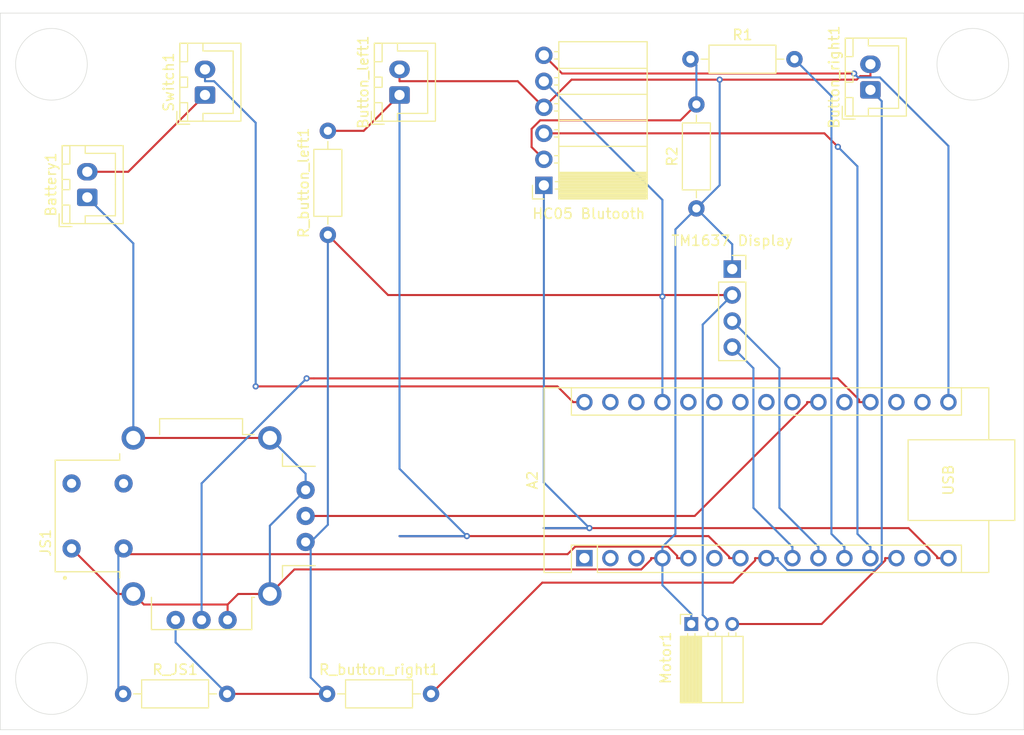
<source format=kicad_pcb>
(kicad_pcb (version 20241229) (generator "pcbnew") (generator_version "9.0")
  (layers (0 "F.Cu" signal) (2 "B.Cu" signal) (13 "F.Paste" user) (15 "B.Paste" user) (5 "F.SilkS" user "F.Silkscreen") (7 "B.SilkS" user "B.Silkscreen") (1 "F.Mask" user) (3 "B.Mask" user) (25 "Edge.Cuts" user))
  (net 0 "")
  (net 1 "/RX")
  (net 2 "GND")
  (net 3 "/TX")
  (net 4 "/Button1")
  (net 7 "/Button2")
  (net 10 "/Power")
  (net 11 "/DIO")
  (net 12 "/JS_H")
  (net 13 "/Button_JS")
  (net 14 "/JS_V")
  (net 16 "/Clock")
  (net 17 "/HCEnable")
  (net 19 "+5V")
  (net 27 "/Haptic")
  (net 29 "/HCState")
  (net 31 "Net-(HC05-Pin_2)")
  (net 32 "Net-(Battery1-Pin_2)")
  (footprint "COM-09032:XDCR_COM-09032" (layer "F.Cu") (at 119.6675 99.12 90)
    (property "Reference" "JS1" (at -2.625 -15.235 90) (layer "F.SilkS"))
    (property "Value" "COM-09032")
    (fp_line (start 5.45 -14.3) (end 5.45 -8) (stroke (width 0.127)) (layer "F.SilkS"))
    (fp_line (start -5.45 -14.3) (end 5.45 -14.3) (stroke (width 0.127)) (layer "F.SilkS"))
    (fp_line (start 5.45 -8) (end 6.08 -8) (stroke (width 0.127)) (layer "F.SilkS"))
    (fp_line (start -5.45 -8) (end -5.45 -14.3) (stroke (width 0.127)) (layer "F.SilkS"))
    (fp_line (start -6.07 -8) (end -5.45 -8) (stroke (width 0.127)) (layer "F.SilkS"))
    (fp_line (start -11.1 -4.9) (end -7.95 -4.9) (stroke (width 0.127)) (layer "F.SilkS"))
    (fp_line (start 9.5 -4.1) (end 9.5 4) (stroke (width 0.127)) (layer "F.SilkS"))
    (fp_line (start 7.95 -4.1) (end 9.5 -4.1) (stroke (width 0.127)) (layer "F.SilkS"))
    (fp_line (start 9.5 4) (end 7.95 4) (stroke (width 0.127)) (layer "F.SilkS"))
    (fp_line (start 7.95 4) (end 7.95 5.12) (stroke (width 0.127)) (layer "F.SilkS"))
    (fp_line (start -7.95 4.9) (end -11.1 4.9) (stroke (width 0.127)) (layer "F.SilkS"))
    (fp_line (start -11.1 4.9) (end -11.1 -4.9) (stroke (width 0.127)) (layer "F.SilkS"))
    (fp_line (start -7.95 5.17) (end -7.95 4.9) (stroke (width 0.127)) (layer "F.SilkS"))
    (fp_line (start 6.08 7.9) (end 4.85 7.9) (stroke (width 0.127)) (layer "F.SilkS"))
    (fp_line (start 4.85 7.9) (end 4.85 11.1) (stroke (width 0.127)) (layer "F.SilkS"))
    (fp_line (start -4.85 7.9) (end -6.07 7.9) (stroke (width 0.127)) (layer "F.SilkS"))
    (fp_line (start -4.85 11.1) (end -4.85 7.9) (stroke (width 0.127)) (layer "F.SilkS"))
    (fp_circle (center -6.05 -13.35) (end -5.95 -13.35) (stroke (width 0.2)) (fill no) (layer "F.SilkS"))
    (pad "B1A" thru_hole circle (at -3.175 -12.7 90) (size 1.778 1.778) (drill 0.9) (layers "*.Cu" "*.Mask") (net 2 "GND"))
    (pad "B1B" thru_hole circle (at 3.175 -12.7 90) (size 1.778 1.778) (drill 0.9) (layers "*.Cu" "*.Mask"))
    (pad "B2A" thru_hole circle (at -3.175 -7.62 90) (size 1.778 1.778) (drill 0.9) (layers "*.Cu" "*.Mask") (net 13 "/Button_JS"))
    (pad "B2B" thru_hole circle (at 3.175 -7.62 90) (size 1.778 1.778) (drill 0.9) (layers "*.Cu" "*.Mask"))
    (pad "H1" thru_hole circle (at -2.54 10.16 90) (size 1.778 1.778) (drill 0.889) (layers "*.Cu" "*.Mask") (net 19 "+5V"))
    (pad "H2" thru_hole circle (at 0 10.16 90) (size 1.778 1.778) (drill 0.889) (layers "*.Cu" "*.Mask") (net 12 "/JS_H"))
    (pad "H3" thru_hole circle (at 2.54 10.16 90) (size 1.778 1.778) (drill 0.889) (layers "*.Cu" "*.Mask") (net 2 "GND"))
    (pad "S1" thru_hole circle (at -7.62 -6.6675 90) (size 2.286 2.286) (drill 1.397) (layers "*.Cu" "*.Mask") (net 2 "GND"))
    (pad "S2" thru_hole circle (at -7.62 6.6675 90) (size 2.286 2.286) (drill 1.397) (layers "*.Cu" "*.Mask") (net 2 "GND"))
    (pad "S3" thru_hole circle (at 7.62 6.6675 90) (size 2.286 2.286) (drill 1.397) (layers "*.Cu" "*.Mask") (net 2 "GND"))
    (pad "S4" thru_hole circle (at 7.62 -6.6675 90) (size 2.286 2.286) (drill 1.397) (layers "*.Cu" "*.Mask") (net 2 "GND"))
    (pad "V1" thru_hole circle (at -10.16 -2.54 90) (size 1.778 1.778) (drill 0.889) (layers "*.Cu" "*.Mask") (net 19 "+5V"))
    (pad "V2" thru_hole circle (at -10.16 0 90) (size 1.778 1.778) (drill 0.889) (layers "*.Cu" "*.Mask") (net 14 "/JS_V"))
    (pad "V3" thru_hole circle (at -10.16 2.54 90) (size 1.778 1.778) (drill 0.889) (layers "*.Cu" "*.Mask") (net 2 "GND"))
  )
  (footprint "Resistor_THT:R_Axial_DIN0207_L6.3mm_D2.5mm_P10.16mm_Horizontal" (layer "F.Cu") (at 131.92 116.5)
    (property "Reference" "R_button_right1" (at 5.08 -2.37 0) (layer "F.SilkS"))
    (property "Value" "R")
    (fp_line (start 1.04 0) (end 1.81 0) (stroke (width 0.12)) (layer "F.SilkS"))
    (fp_line (start 9.12 0) (end 8.35 0) (stroke (width 0.12)) (layer "F.SilkS"))
    (fp_rect (start 1.81 -1.37) (end 8.35 1.37) (stroke (width 0.12)) (fill no) (layer "F.SilkS"))
    (pad "1" thru_hole circle (at 0 0) (size 1.6 1.6) (drill 0.8) (layers "*.Cu" "*.Mask") (net 19 "+5V"))
    (pad "2" thru_hole circle (at 10.16 0) (size 1.6 1.6) (drill 0.8) (layers "*.Cu" "*.Mask") (net 7 "/Button2"))
  )
  (footprint "Module:Arduino_Nano" (layer "F.Cu") (at 157.06 103.24 90)
    (property "Reference" "A2" (at 7.62 -5.08 90) (layer "F.SilkS"))
    (property "Value" "Arduino_Nano_v3.x")
    (fp_line (start 16.64 -3.94) (end -1.4 -3.94) (stroke (width 0.12)) (layer "F.SilkS"))
    (fp_line (start -1.4 -3.94) (end -1.4 -1.27) (stroke (width 0.12)) (layer "F.SilkS"))
    (fp_line (start 13.97 -1.27) (end 16.64 -1.27) (stroke (width 0.12)) (layer "F.SilkS"))
    (fp_line (start 13.97 -1.27) (end 13.97 36.83) (stroke (width 0.12)) (layer "F.SilkS"))
    (fp_line (start 1.27 -1.27) (end -1.4 -1.27) (stroke (width 0.12)) (layer "F.SilkS"))
    (fp_line (start 1.27 1.27) (end 1.27 -1.27) (stroke (width 0.12)) (layer "F.SilkS"))
    (fp_line (start 1.27 1.27) (end -1.4 1.27) (stroke (width 0.12)) (layer "F.SilkS"))
    (fp_line (start 1.27 1.27) (end 1.27 36.83) (stroke (width 0.12)) (layer "F.SilkS"))
    (fp_line (start -1.4 1.27) (end -1.4 39.5) (stroke (width 0.12)) (layer "F.SilkS"))
    (fp_line (start 11.56 31.62) (end 11.56 42.04) (stroke (width 0.12)) (layer "F.SilkS"))
    (fp_line (start 3.68 31.62) (end 11.56 31.62) (stroke (width 0.12)) (layer "F.SilkS"))
    (fp_line (start 13.97 36.83) (end 16.64 36.83) (stroke (width 0.12)) (layer "F.SilkS"))
    (fp_line (start 1.27 36.83) (end -1.4 36.83) (stroke (width 0.12)) (layer "F.SilkS"))
    (fp_line (start 16.64 39.5) (end 16.64 -3.94) (stroke (width 0.12)) (layer "F.SilkS"))
    (fp_line (start 16.64 39.5) (end 11.56 39.5) (stroke (width 0.12)) (layer "F.SilkS"))
    (fp_line (start -1.4 39.5) (end 3.68 39.5) (stroke (width 0.12)) (layer "F.SilkS"))
    (fp_line (start 11.56 42.04) (end 3.68 42.04) (stroke (width 0.12)) (layer "F.SilkS"))
    (fp_line (start 3.68 42.04) (end 3.68 31.62) (stroke (width 0.12)) (layer "F.SilkS"))
    (fp_text user "USB" (at 7.62 35.56 90) (layer "F.SilkS"))
    (pad "1" thru_hole rect (at 0 0 90) (size 1.6 1.6) (drill 1) (layers "*.Cu" "*.Mask"))
    (pad "2" thru_hole oval (at 0 2.54 90) (size 1.6 1.6) (drill 1) (layers "*.Cu" "*.Mask"))
    (pad "3" thru_hole oval (at 0 5.08 90) (size 1.6 1.6) (drill 1) (layers "*.Cu" "*.Mask"))
    (pad "4" thru_hole oval (at 0 7.62 90) (size 1.6 1.6) (drill 1) (layers "*.Cu" "*.Mask") (net 2 "GND"))
    (pad "5" thru_hole oval (at 0 10.16 90) (size 1.6 1.6) (drill 1) (layers "*.Cu" "*.Mask") (net 13 "/Button_JS"))
    (pad "6" thru_hole oval (at 0 12.7 90) (size 1.6 1.6) (drill 1) (layers "*.Cu" "*.Mask"))
    (pad "7" thru_hole oval (at 0 15.24 90) (size 1.6 1.6) (drill 1) (layers "*.Cu" "*.Mask") (net 4 "/Button1"))
    (pad "8" thru_hole oval (at 0 17.78 90) (size 1.6 1.6) (drill 1) (layers "*.Cu" "*.Mask") (net 7 "/Button2"))
    (pad "9" thru_hole oval (at 0 20.32 90) (size 1.6 1.6) (drill 1) (layers "*.Cu" "*.Mask") (net 16 "/Clock"))
    (pad "10" thru_hole oval (at 0 22.86 90) (size 1.6 1.6) (drill 1) (layers "*.Cu" "*.Mask") (net 11 "/DIO"))
    (pad "11" thru_hole oval (at 0 25.4 90) (size 1.6 1.6) (drill 1) (layers "*.Cu" "*.Mask") (net 1 "/RX"))
    (pad "12" thru_hole oval (at 0 27.94 90) (size 1.6 1.6) (drill 1) (layers "*.Cu" "*.Mask") (net 3 "/TX"))
    (pad "13" thru_hole oval (at 0 30.48 90) (size 1.6 1.6) (drill 1) (layers "*.Cu" "*.Mask") (net 27 "/Haptic"))
    (pad "14" thru_hole oval (at 0 33.02 90) (size 1.6 1.6) (drill 1) (layers "*.Cu" "*.Mask"))
    (pad "15" thru_hole oval (at 0 35.56 90) (size 1.6 1.6) (drill 1) (layers "*.Cu" "*.Mask") (net 29 "/HCState"))
    (pad "16" thru_hole oval (at 15.24 35.56 90) (size 1.6 1.6) (drill 1) (layers "*.Cu" "*.Mask") (net 17 "/HCEnable"))
    (pad "17" thru_hole oval (at 15.24 33.02 90) (size 1.6 1.6) (drill 1) (layers "*.Cu" "*.Mask"))
    (pad "18" thru_hole oval (at 15.24 30.48 90) (size 1.6 1.6) (drill 1) (layers "*.Cu" "*.Mask"))
    (pad "19" thru_hole oval (at 15.24 27.94 90) (size 1.6 1.6) (drill 1) (layers "*.Cu" "*.Mask") (net 14 "/JS_V"))
    (pad "20" thru_hole oval (at 15.24 25.4 90) (size 1.6 1.6) (drill 1) (layers "*.Cu" "*.Mask"))
    (pad "21" thru_hole oval (at 15.24 22.86 90) (size 1.6 1.6) (drill 1) (layers "*.Cu" "*.Mask") (net 12 "/JS_H"))
    (pad "22" thru_hole oval (at 15.24 20.32 90) (size 1.6 1.6) (drill 1) (layers "*.Cu" "*.Mask"))
    (pad "23" thru_hole oval (at 15.24 17.78 90) (size 1.6 1.6) (drill 1) (layers "*.Cu" "*.Mask"))
    (pad "24" thru_hole oval (at 15.24 15.24 90) (size 1.6 1.6) (drill 1) (layers "*.Cu" "*.Mask"))
    (pad "25" thru_hole oval (at 15.24 12.7 90) (size 1.6 1.6) (drill 1) (layers "*.Cu" "*.Mask"))
    (pad "26" thru_hole oval (at 15.24 10.16 90) (size 1.6 1.6) (drill 1) (layers "*.Cu" "*.Mask"))
    (pad "27" thru_hole oval (at 15.24 7.62 90) (size 1.6 1.6) (drill 1) (layers "*.Cu" "*.Mask") (net 19 "+5V"))
    (pad "28" thru_hole oval (at 15.24 5.08 90) (size 1.6 1.6) (drill 1) (layers "*.Cu" "*.Mask"))
    (pad "29" thru_hole oval (at 15.24 2.54 90) (size 1.6 1.6) (drill 1) (layers "*.Cu" "*.Mask"))
    (pad "30" thru_hole oval (at 15.24 0 90) (size 1.6 1.6) (drill 1) (layers "*.Cu" "*.Mask") (net 10 "/Power"))
  )
  (footprint "Connector_JST:JST_XH_B2B-XH-A_1x02_P2.50mm_Vertical" (layer "F.Cu") (at 120 58 90)
    (property "Reference" "Switch1" (at 1.25 -3.55 90) (layer "F.SilkS"))
    (property "Value" "Conn_01x02_Socket")
    (fp_line (start -1.6 -2.75) (end -2.85 -2.75) (stroke (width 0.12)) (layer "F.SilkS"))
    (fp_line (start -2.85 -2.75) (end -2.85 -1.5) (stroke (width 0.12)) (layer "F.SilkS"))
    (fp_line (start 5.05 -0.2) (end 4.3 -0.2) (stroke (width 0.12)) (layer "F.SilkS"))
    (fp_line (start 4.3 -0.2) (end 4.3 2.75) (stroke (width 0.12)) (layer "F.SilkS"))
    (fp_line (start -1.8 -0.2) (end -1.8 2.75) (stroke (width 0.12)) (layer "F.SilkS"))
    (fp_line (start -2.55 -0.2) (end -1.8 -0.2) (stroke (width 0.12)) (layer "F.SilkS"))
    (fp_line (start 4.3 2.75) (end 1.25 2.75) (stroke (width 0.12)) (layer "F.SilkS"))
    (fp_line (start -1.8 2.75) (end 1.25 2.75) (stroke (width 0.12)) (layer "F.SilkS"))
    (fp_rect (start -2.56 -2.46) (end 5.06 3.51) (stroke (width 0.12)) (fill no) (layer "F.SilkS"))
    (fp_rect (start 3.25 -2.45) (end 5.05 -1.7) (stroke (width 0.12)) (fill no) (layer "F.SilkS"))
    (fp_rect (start 0.75 -2.45) (end 1.75 -1.7) (stroke (width 0.12)) (fill no) (layer "F.SilkS"))
    (fp_rect (start -2.55 -2.45) (end -0.75 -1.7) (stroke (width 0.12)) (fill no) (layer "F.SilkS"))
    (pad "1" thru_hole roundrect (at 0 0 90) (size 1.7 2) (drill 1) (layers "*.Cu" "*.Mask") (roundrect_rratio 0.147059) (net 32 "Net-(Battery1-Pin_2)"))
    (pad "2" thru_hole oval (at 2.5 0 90) (size 1.7 2) (drill 1) (layers "*.Cu" "*.Mask") (net 10 "/Power"))
  )
  (footprint "Connector_JST:JST_XH_B2B-XH-A_1x02_P2.50mm_Vertical" (layer "F.Cu") (at 139 58 90)
    (property "Reference" "Button_left1" (at 1.25 -3.55 90) (layer "F.SilkS"))
    (property "Value" "Conn_01x02_Socket")
    (fp_line (start -1.6 -2.75) (end -2.85 -2.75) (stroke (width 0.12)) (layer "F.SilkS"))
    (fp_line (start -2.85 -2.75) (end -2.85 -1.5) (stroke (width 0.12)) (layer "F.SilkS"))
    (fp_line (start 5.05 -0.2) (end 4.3 -0.2) (stroke (width 0.12)) (layer "F.SilkS"))
    (fp_line (start 4.3 -0.2) (end 4.3 2.75) (stroke (width 0.12)) (layer "F.SilkS"))
    (fp_line (start -1.8 -0.2) (end -1.8 2.75) (stroke (width 0.12)) (layer "F.SilkS"))
    (fp_line (start -2.55 -0.2) (end -1.8 -0.2) (stroke (width 0.12)) (layer "F.SilkS"))
    (fp_line (start 4.3 2.75) (end 1.25 2.75) (stroke (width 0.12)) (layer "F.SilkS"))
    (fp_line (start -1.8 2.75) (end 1.25 2.75) (stroke (width 0.12)) (layer "F.SilkS"))
    (fp_rect (start -2.56 -2.46) (end 5.06 3.51) (stroke (width 0.12)) (fill no) (layer "F.SilkS"))
    (fp_rect (start 3.25 -2.45) (end 5.05 -1.7) (stroke (width 0.12)) (fill no) (layer "F.SilkS"))
    (fp_rect (start 0.75 -2.45) (end 1.75 -1.7) (stroke (width 0.12)) (fill no) (layer "F.SilkS"))
    (fp_rect (start -2.55 -2.45) (end -0.75 -1.7) (stroke (width 0.12)) (fill no) (layer "F.SilkS"))
    (pad "1" thru_hole roundrect (at 0 0 90) (size 1.7 2) (drill 1) (layers "*.Cu" "*.Mask") (roundrect_rratio 0.147059) (net 4 "/Button1"))
    (pad "2" thru_hole oval (at 2.5 0 90) (size 1.7 2) (drill 1) (layers "*.Cu" "*.Mask") (net 2 "GND"))
  )
  (footprint "Connector_PinSocket_2.00mm:PinSocket_1x03_P2.00mm_Horizontal" (layer "F.Cu") (at 167.5 109.675 90)
    (property "Reference" "Motor1" (at -3.31 -2.5 90) (layer "F.SilkS"))
    (property "Value" "Conn_01x03_Socket")
    (fp_line (start 0.935 -1.06) (end 0.935 0) (stroke (width 0.12)) (layer "F.SilkS"))
    (fp_line (start 0 -1.06) (end 0.935 -1.06) (stroke (width 0.12)) (layer "F.SilkS"))
    (fp_line (start -1.21 -1.06) (end -1.21 5.06) (stroke (width 0.12)) (layer "F.SilkS"))
    (fp_line (start -7.68 -1.06) (end -1.21 -1.06) (stroke (width 0.12)) (layer "F.SilkS"))
    (fp_line (start -7.68 -1.06) (end -7.68 5.06) (stroke (width 0.12)) (layer "F.SilkS"))
    (fp_line (start -7.68 -0.94) (end -1.21 -0.94) (stroke (width 0.12)) (layer "F.SilkS"))
    (fp_line (start -7.68 -0.825882) (end -1.21 -0.825882) (stroke (width 0.12)) (layer "F.SilkS"))
    (fp_line (start -7.68 -0.711764) (end -1.21 -0.711764) (stroke (width 0.12)) (layer "F.SilkS"))
    (fp_line (start -7.68 -0.597646) (end -1.21 -0.597646) (stroke (width 0.12)) (layer "F.SilkS"))
    (fp_line (start -7.68 -0.483528) (end -1.21 -0.483528) (stroke (width 0.12)) (layer "F.SilkS"))
    (fp_line (start -7.68 -0.36941) (end -1.21 -0.36941) (stroke (width 0.12)) (layer "F.SilkS"))
    (fp_line (start -1.21 -0.36) (end -0.935 -0.36) (stroke (width 0.12)) (layer "F.SilkS"))
    (fp_line (start -7.68 -0.255292) (end -1.21 -0.255292) (stroke (width 0.12)) (layer "F.SilkS"))
    (fp_line (start -7.68 -0.141174) (end -1.21 -0.141174) (stroke (width 0.12)) (layer "F.SilkS"))
    (fp_line (start -7.68 -0.027056) (end -1.21 -0.027056) (stroke (width 0.12)) (layer "F.SilkS"))
    (fp_line (start -7.68 0.087062) (end -1.21 0.087062) (stroke (width 0.12)) (layer "F.SilkS"))
    (fp_line (start -7.68 0.20118) (end -1.21 0.20118) (stroke (width 0.12)) (layer "F.SilkS"))
    (fp_line (start -7.68 0.315298) (end -1.21 0.315298) (stroke (width 0.12)) (layer "F.SilkS"))
    (fp_line (start -1.21 0.36) (end -0.935 0.36) (stroke (width 0.12)) (layer "F.SilkS"))
    (fp_line (start -7.68 0.429416) (end -1.21 0.429416) (stroke (width 0.12)) (layer "F.SilkS"))
    (fp_line (start -7.68 0.543534) (end -1.21 0.543534) (stroke (width 0.12)) (layer "F.SilkS"))
    (fp_line (start -7.68 0.657652) (end -1.21 0.657652) (stroke (width 0.12)) (layer "F.SilkS"))
    (fp_line (start -7.68 0.77177) (end -1.21 0.77177) (stroke (width 0.12)) (layer "F.SilkS"))
    (fp_line (start -7.68 0.885888) (end -1.21 0.885888) (stroke (width 0.12)) (layer "F.SilkS"))
    (fp_line (start -7.68 1) (end -1.21 1) (stroke (width 0.12)) (layer "F.SilkS"))
    (fp_line (start -1.21 1.64) (end -0.862917 1.64) (stroke (width 0.12)) (layer "F.SilkS"))
    (fp_line (start -1.21 2.36) (end -0.862917 2.36) (stroke (width 0.12)) (layer "F.SilkS"))
    (fp_line (start -7.68 3) (end -1.21 3) (stroke (width 0.12)) (layer "F.SilkS"))
    (fp_line (start -1.21 3.64) (end -0.862917 3.64) (stroke (width 0.12)) (layer "F.SilkS"))
    (fp_line (start -1.21 4.36) (end -0.862917 4.36) (stroke (width 0.12)) (layer "F.SilkS"))
    (fp_line (start -7.68 5.06) (end -1.21 5.06) (stroke (width 0.12)) (layer "F.SilkS"))
    (pad "1" thru_hole rect (at 0 0 90) (size 1.35 1.35) (drill 0.8) (layers "*.Cu" "*.Mask") (net 2 "GND"))
    (pad "2" thru_hole circle (at 0 2 90) (size 1.35 1.35) (drill 0.8) (layers "*.Cu" "*.Mask") (net 19 "+5V"))
    (pad "3" thru_hole circle (at 0 4 90) (size 1.35 1.35) (drill 0.8) (layers "*.Cu" "*.Mask") (net 27 "/Haptic"))
  )
  (footprint "Connector_PinSocket_2.54mm:PinSocket_1x06_P2.54mm_Horizontal" (layer "F.Cu") (at 153.1 66.825 180)
    (property "Reference" "HC05 Blutooth" (at -4.38 -2.77 0) (layer "F.SilkS"))
    (property "Value" "Conn_01x06_Socket")
    (fp_line (start 1.11 -1.33) (end 1.11 0) (stroke (width 0.12)) (layer "F.SilkS"))
    (fp_line (start 0 -1.33) (end 1.11 -1.33) (stroke (width 0.12)) (layer "F.SilkS"))
    (fp_line (start -1.46 13.06) (end -1.05 13.06) (stroke (width 0.12)) (layer "F.SilkS"))
    (fp_line (start -1.46 12.34) (end -1.05 12.34) (stroke (width 0.12)) (layer "F.SilkS"))
    (fp_line (start -1.46 10.52) (end -1.05 10.52) (stroke (width 0.12)) (layer "F.SilkS"))
    (fp_line (start -1.46 9.8) (end -1.05 9.8) (stroke (width 0.12)) (layer "F.SilkS"))
    (fp_line (start -1.46 7.98) (end -1.05 7.98) (stroke (width 0.12)) (layer "F.SilkS"))
    (fp_line (start -1.46 7.26) (end -1.05 7.26) (stroke (width 0.12)) (layer "F.SilkS"))
    (fp_line (start -1.46 5.44) (end -1.05 5.44) (stroke (width 0.12)) (layer "F.SilkS"))
    (fp_line (start -1.46 4.72) (end -1.05 4.72) (stroke (width 0.12)) (layer "F.SilkS"))
    (fp_line (start -1.46 2.9) (end -1.05 2.9) (stroke (width 0.12)) (layer "F.SilkS"))
    (fp_line (start -1.46 2.18) (end -1.05 2.18) (stroke (width 0.12)) (layer "F.SilkS"))
    (fp_line (start -1.46 0.36) (end -1.11 0.36) (stroke (width 0.12)) (layer "F.SilkS"))
    (fp_line (start -1.46 -0.36) (end -1.11 -0.36) (stroke (width 0.12)) (layer "F.SilkS"))
    (fp_line (start -1.46 -1.33) (end -1.46 14.03) (stroke (width 0.12)) (layer "F.SilkS"))
    (fp_line (start -10.09 14.03) (end -1.46 14.03) (stroke (width 0.12)) (layer "F.SilkS"))
    (fp_line (start -10.09 11.43) (end -1.46 11.43) (stroke (width 0.12)) (layer "F.SilkS"))
    (fp_line (start -10.09 8.89) (end -1.46 8.89) (stroke (width 0.12)) (layer "F.SilkS"))
    (fp_line (start -10.09 6.35) (end -1.46 6.35) (stroke (width 0.12)) (layer "F.SilkS"))
    (fp_line (start -10.09 3.81) (end -1.46 3.81) (stroke (width 0.12)) (layer "F.SilkS"))
    (fp_line (start -10.09 1.27) (end -1.46 1.27) (stroke (width 0.12)) (layer "F.SilkS"))
    (fp_line (start -10.09 1.1519) (end -1.46 1.1519) (stroke (width 0.12)) (layer "F.SilkS"))
    (fp_line (start -10.09 1.033805) (end -1.46 1.033805) (stroke (width 0.12)) (layer "F.SilkS"))
    (fp_line (start -10.09 0.91571) (end -1.46 0.91571) (stroke (width 0.12)) (layer "F.SilkS"))
    (fp_line (start -10.09 0.797615) (end -1.46 0.797615) (stroke (width 0.12)) (layer "F.SilkS"))
    (fp_line (start -10.09 0.67952) (end -1.46 0.67952) (stroke (width 0.12)) (layer "F.SilkS"))
    (fp_line (start -10.09 0.561425) (end -1.46 0.561425) (stroke (width 0.12)) (layer "F.SilkS"))
    (fp_line (start -10.09 0.44333) (end -1.46 0.44333) (stroke (width 0.12)) (layer "F.SilkS"))
    (fp_line (start -10.09 0.325235) (end -1.46 0.325235) (stroke (width 0.12)) (layer "F.SilkS"))
    (fp_line (start -10.09 0.20714) (end -1.46 0.20714) (stroke (width 0.12)) (layer "F.SilkS"))
    (fp_line (start -10.09 0.089045) (end -1.46 0.089045) (stroke (width 0.12)) (layer "F.SilkS"))
    (fp_line (start -10.09 -0.02905) (end -1.46 -0.02905) (stroke (width 0.12)) (layer "F.SilkS"))
    (fp_line (start -10.09 -0.147145) (end -1.46 -0.147145) (stroke (width 0.12)) (layer "F.SilkS"))
    (fp_line (start -10.09 -0.26524) (end -1.46 -0.26524) (stroke (width 0.12)) (layer "F.SilkS"))
    (fp_line (start -10.09 -0.383335) (end -1.46 -0.383335) (stroke (width 0.12)) (layer "F.SilkS"))
    (fp_line (start -10.09 -0.50143) (end -1.46 -0.50143) (stroke (width 0.12)) (layer "F.SilkS"))
    (fp_line (start -10.09 -0.619525) (end -1.46 -0.619525) (stroke (width 0.12)) (layer "F.SilkS"))
    (fp_line (start -10.09 -0.73762) (end -1.46 -0.73762) (stroke (width 0.12)) (layer "F.SilkS"))
    (fp_line (start -10.09 -0.855715) (end -1.46 -0.855715) (stroke (width 0.12)) (layer "F.SilkS"))
    (fp_line (start -10.09 -0.97381) (end -1.46 -0.97381) (stroke (width 0.12)) (layer "F.SilkS"))
    (fp_line (start -10.09 -1.091905) (end -1.46 -1.091905) (stroke (width 0.12)) (layer "F.SilkS"))
    (fp_line (start -10.09 -1.21) (end -1.46 -1.21) (stroke (width 0.12)) (layer "F.SilkS"))
    (fp_line (start -10.09 -1.33) (end -1.46 -1.33) (stroke (width 0.12)) (layer "F.SilkS"))
    (fp_line (start -10.09 -1.33) (end -10.09 14.03) (stroke (width 0.12)) (layer "F.SilkS"))
    (pad "1" thru_hole rect (at 0 0 180) (size 1.7 1.7) (drill 1) (layers "*.Cu" "*.Mask") (net 29 "/HCState"))
    (pad "2" thru_hole circle (at 0 2.54 180) (size 1.7 1.7) (drill 1) (layers "*.Cu" "*.Mask") (net 31 "Net-(HC05-Pin_2)"))
    (pad "3" thru_hole circle (at 0 5.08 180) (size 1.7 1.7) (drill 1) (layers "*.Cu" "*.Mask") (net 3 "/TX"))
    (pad "4" thru_hole circle (at 0 7.62 180) (size 1.7 1.7) (drill 1) (layers "*.Cu" "*.Mask") (net 2 "GND"))
    (pad "5" thru_hole circle (at 0 10.16 180) (size 1.7 1.7) (drill 1) (layers "*.Cu" "*.Mask") (net 19 "+5V"))
    (pad "6" thru_hole circle (at 0 12.7 180) (size 1.7 1.7) (drill 1) (layers "*.Cu" "*.Mask") (net 17 "/HCEnable"))
  )
  (footprint "Connector_JST:JST_XH_B2B-XH-A_1x02_P2.50mm_Vertical" (layer "F.Cu") (at 108.5 68 90)
    (property "Reference" "Battery1" (at 1.25 -3.55 90) (layer "F.SilkS"))
    (property "Value" "Conn_01x02_Socket")
    (fp_line (start -1.6 -2.75) (end -2.85 -2.75) (stroke (width 0.12)) (layer "F.SilkS"))
    (fp_line (start -2.85 -2.75) (end -2.85 -1.5) (stroke (width 0.12)) (layer "F.SilkS"))
    (fp_line (start 5.05 -0.2) (end 4.3 -0.2) (stroke (width 0.12)) (layer "F.SilkS"))
    (fp_line (start 4.3 -0.2) (end 4.3 2.75) (stroke (width 0.12)) (layer "F.SilkS"))
    (fp_line (start -1.8 -0.2) (end -1.8 2.75) (stroke (width 0.12)) (layer "F.SilkS"))
    (fp_line (start -2.55 -0.2) (end -1.8 -0.2) (stroke (width 0.12)) (layer "F.SilkS"))
    (fp_line (start 4.3 2.75) (end 1.25 2.75) (stroke (width 0.12)) (layer "F.SilkS"))
    (fp_line (start -1.8 2.75) (end 1.25 2.75) (stroke (width 0.12)) (layer "F.SilkS"))
    (fp_rect (start -2.56 -2.46) (end 5.06 3.51) (stroke (width 0.12)) (fill no) (layer "F.SilkS"))
    (fp_rect (start 3.25 -2.45) (end 5.05 -1.7) (stroke (width 0.12)) (fill no) (layer "F.SilkS"))
    (fp_rect (start 0.75 -2.45) (end 1.75 -1.7) (stroke (width 0.12)) (fill no) (layer "F.SilkS"))
    (fp_rect (start -2.55 -2.45) (end -0.75 -1.7) (stroke (width 0.12)) (fill no) (layer "F.SilkS"))
    (pad "1" thru_hole roundrect (at 0 0 90) (size 1.7 2) (drill 1) (layers "*.Cu" "*.Mask") (roundrect_rratio 0.147059) (net 2 "GND"))
    (pad "2" thru_hole oval (at 2.5 0 90) (size 1.7 2) (drill 1) (layers "*.Cu" "*.Mask") (net 32 "Net-(Battery1-Pin_2)"))
  )
  (footprint "Resistor_THT:R_Axial_DIN0207_L6.3mm_D2.5mm_P10.16mm_Horizontal" (layer "F.Cu") (at 132 71.66 90)
    (property "Reference" "R_button_left1" (at 5.08 -2.37 90) (layer "F.SilkS"))
    (property "Value" "R")
    (fp_line (start 9.12 0) (end 8.35 0) (stroke (width 0.12)) (layer "F.SilkS"))
    (fp_line (start 1.04 0) (end 1.81 0) (stroke (width 0.12)) (layer "F.SilkS"))
    (fp_rect (start 1.81 -1.37) (end 8.35 1.37) (stroke (width 0.12)) (fill no) (layer "F.SilkS"))
    (pad "1" thru_hole circle (at 0 0 90) (size 1.6 1.6) (drill 0.8) (layers "*.Cu" "*.Mask") (net 19 "+5V"))
    (pad "2" thru_hole circle (at 10.16 0 90) (size 1.6 1.6) (drill 0.8) (layers "*.Cu" "*.Mask") (net 4 "/Button1"))
  )
  (footprint "Resistor_THT:R_Axial_DIN0207_L6.3mm_D2.5mm_P10.16mm_Horizontal" (layer "F.Cu") (at 168 69.08 90)
    (property "Reference" "R2" (at 5.08 -2.37 90) (layer "F.SilkS"))
    (property "Value" "R_HC05_GND")
    (fp_line (start 9.12 0) (end 8.35 0) (stroke (width 0.12)) (layer "F.SilkS"))
    (fp_line (start 1.04 0) (end 1.81 0) (stroke (width 0.12)) (layer "F.SilkS"))
    (fp_rect (start 1.81 -1.37) (end 8.35 1.37) (stroke (width 0.12)) (fill no) (layer "F.SilkS"))
    (pad "1" thru_hole circle (at 0 0 90) (size 1.6 1.6) (drill 0.8) (layers "*.Cu" "*.Mask") (net 2 "GND"))
    (pad "2" thru_hole circle (at 10.16 0 90) (size 1.6 1.6) (drill 0.8) (layers "*.Cu" "*.Mask") (net 31 "Net-(HC05-Pin_2)"))
  )
  (footprint "Resistor_THT:R_Axial_DIN0207_L6.3mm_D2.5mm_P10.16mm_Horizontal" (layer "F.Cu") (at 167.42 54.5)
    (property "Reference" "R1" (at 5.08 -2.37 0) (layer "F.SilkS"))
    (property "Value" "R_HC05_RX")
    (fp_line (start 1.04 0) (end 1.81 0) (stroke (width 0.12)) (layer "F.SilkS"))
    (fp_line (start 9.12 0) (end 8.35 0) (stroke (width 0.12)) (layer "F.SilkS"))
    (fp_rect (start 1.81 -1.37) (end 8.35 1.37) (stroke (width 0.12)) (fill no) (layer "F.SilkS"))
    (pad "1" thru_hole circle (at 0 0) (size 1.6 1.6) (drill 0.8) (layers "*.Cu" "*.Mask") (net 31 "Net-(HC05-Pin_2)"))
    (pad "2" thru_hole circle (at 10.16 0) (size 1.6 1.6) (drill 0.8) (layers "*.Cu" "*.Mask") (net 1 "/RX"))
  )
  (footprint "Connector_JST:JST_XH_B2B-XH-A_1x02_P2.50mm_Vertical" (layer "F.Cu") (at 185 57.5 90)
    (property "Reference" "Button_right1" (at 1.25 -3.55 90) (layer "F.SilkS"))
    (property "Value" "Conn_01x02_Socket")
    (fp_line (start -1.6 -2.75) (end -2.85 -2.75) (stroke (width 0.12)) (layer "F.SilkS"))
    (fp_line (start -2.85 -2.75) (end -2.85 -1.5) (stroke (width 0.12)) (layer "F.SilkS"))
    (fp_line (start 5.05 -0.2) (end 4.3 -0.2) (stroke (width 0.12)) (layer "F.SilkS"))
    (fp_line (start 4.3 -0.2) (end 4.3 2.75) (stroke (width 0.12)) (layer "F.SilkS"))
    (fp_line (start -1.8 -0.2) (end -1.8 2.75) (stroke (width 0.12)) (layer "F.SilkS"))
    (fp_line (start -2.55 -0.2) (end -1.8 -0.2) (stroke (width 0.12)) (layer "F.SilkS"))
    (fp_line (start 4.3 2.75) (end 1.25 2.75) (stroke (width 0.12)) (layer "F.SilkS"))
    (fp_line (start -1.8 2.75) (end 1.25 2.75) (stroke (width 0.12)) (layer "F.SilkS"))
    (fp_rect (start -2.56 -2.46) (end 5.06 3.51) (stroke (width 0.12)) (fill no) (layer "F.SilkS"))
    (fp_rect (start 3.25 -2.45) (end 5.05 -1.7) (stroke (width 0.12)) (fill no) (layer "F.SilkS"))
    (fp_rect (start 0.75 -2.45) (end 1.75 -1.7) (stroke (width 0.12)) (fill no) (layer "F.SilkS"))
    (fp_rect (start -2.55 -2.45) (end -0.75 -1.7) (stroke (width 0.12)) (fill no) (layer "F.SilkS"))
    (pad "1" thru_hole roundrect (at 0 0 90) (size 1.7 2) (drill 1) (layers "*.Cu" "*.Mask") (roundrect_rratio 0.147059) (net 7 "/Button2"))
    (pad "2" thru_hole oval (at 2.5 0 90) (size 1.7 2) (drill 1) (layers "*.Cu" "*.Mask") (net 2 "GND"))
  )
  (footprint "Connector_PinSocket_2.54mm:PinSocket_1x04_P2.54mm_Vertical" (layer "F.Cu") (at 171.5 75)
    (property "Reference" "TM1637 Display" (at 0 -2.77 0) (layer "F.SilkS"))
    (property "Value" "TM1637 Display" (hide yes))
    (fp_line (start -1.33 1.27) (end -1.33 8.95) (stroke (width 0.12)) (layer "F.SilkS"))
    (fp_line (start -1.33 1.27) (end 1.33 1.27) (stroke (width 0.12)) (layer "F.SilkS"))
    (fp_line (start -1.33 8.95) (end 1.33 8.95) (stroke (width 0.12)) (layer "F.SilkS"))
    (fp_line (start 0 -1.33) (end 1.33 -1.33) (stroke (width 0.12)) (layer "F.SilkS"))
    (fp_line (start 1.33 -1.33) (end 1.33 0) (stroke (width 0.12)) (layer "F.SilkS"))
    (fp_line (start 1.33 1.27) (end 1.33 8.95) (stroke (width 0.12)) (layer "F.SilkS"))
    (pad "1" thru_hole rect (at 0 0) (size 1.7 1.7) (drill 1) (layers "*.Cu" "*.Mask") (net 2 "GND"))
    (pad "2" thru_hole circle (at 0 2.54) (size 1.7 1.7) (drill 1) (layers "*.Cu" "*.Mask") (net 19 "+5V"))
    (pad "3" thru_hole circle (at 0 5.08) (size 1.7 1.7) (drill 1) (layers "*.Cu" "*.Mask") (net 11 "/DIO"))
    (pad "4" thru_hole circle (at 0 7.62) (size 1.7 1.7) (drill 1) (layers "*.Cu" "*.Mask") (net 16 "/Clock"))
  )
  (footprint "Resistor_THT:R_Axial_DIN0207_L6.3mm_D2.5mm_P10.16mm_Horizontal" (layer "F.Cu") (at 112 116.5)
    (property "Reference" "R_JS1" (at 5.08 -2.37 0) (layer "F.SilkS"))
    (property "Value" "R")
    (fp_line (start 1.04 0) (end 1.81 0) (stroke (width 0.12)) (layer "F.SilkS"))
    (fp_line (start 9.12 0) (end 8.35 0) (stroke (width 0.12)) (layer "F.SilkS"))
    (fp_rect (start 1.81 -1.37) (end 8.35 1.37) (stroke (width 0.12)) (fill no) (layer "F.SilkS"))
    (pad "1" thru_hole circle (at 0 0) (size 1.6 1.6) (drill 0.8) (layers "*.Cu" "*.Mask") (net 13 "/Button_JS"))
    (pad "2" thru_hole circle (at 10.16 0) (size 1.6 1.6) (drill 0.8) (layers "*.Cu" "*.Mask") (net 19 "+5V"))
  )
  (gr_rect (start 100 50) (end 200 120) (stroke (width 0.05)) (fill no) (layer "Edge.Cuts"))
  (gr_circle (center 105 55) (end 108.5 55) (stroke (width 0.05)) (fill no) (layer "Edge.Cuts"))
  (gr_circle (center 105 115) (end 108.5 115) (stroke (width 0.05)) (fill no) (layer "Edge.Cuts"))
  (gr_circle (center 195 55) (end 198.5 55) (stroke (width 0.05)) (fill no) (layer "Edge.Cuts"))
  (gr_circle (center 195 115) (end 198.5 115) (stroke (width 0.05)) (fill no) (layer "Edge.Cuts"))
  (segment (start 181.19 58.11) (end 181.19 100.8683) (width 0.2) (layer "B.Cu") (net 1))
  (segment (start 182.46 103.24) (end 182.46 102.1383) (width 0.2) (layer "B.Cu") (net 1))
  (segment (start 181.19 100.8683) (end 182.46 102.1383) (width 0.2) (layer "B.Cu") (net 1))
  (segment (start 177.58 54.5) (end 181.19 58.11) (width 0.2) (layer "B.Cu") (net 1))
  (segment (start 185 55) (end 185 56.1517) (width 0.2) (layer "F.Cu") (net 2))
  (segment (start 184.0084 56.1517) (end 183.6576 56.5025) (width 0.2) (layer "F.Cu") (net 2))
  (segment (start 162.6144 104.3417) (end 128.7333 104.3417) (width 0.2) (layer "F.Cu") (net 2))
  (segment (start 185 56.1517) (end 184.0084 56.1517) (width 0.2) (layer "F.Cu") (net 2))
  (segment (start 139 55.5) (end 139 56.6517) (width 0.2) (layer "F.Cu") (net 2))
  (segment (start 153.1 59.205) (end 155.8025 56.5025) (width 0.2) (layer "F.Cu") (net 2))
  (segment (start 111.4125 106.74) (end 113 106.74) (width 0.2) (layer "F.Cu") (net 2))
  (segment (start 155.8025 56.5025) (end 170.2731 56.5025) (width 0.2) (layer "F.Cu") (net 2))
  (segment (start 153.1 59.205) (end 150.5467 56.6517) (width 0.2) (layer "F.Cu") (net 2))
  (segment (start 114.0296 107.7696) (end 113 106.74) (width 0.2) (layer "F.Cu") (net 2))
  (segment (start 164.68 103.24) (end 163.5783 103.24) (width 0.2) (layer "F.Cu") (net 2))
  (segment (start 122.2075 107.7696) (end 122.2075 109.28) (width 0.2) (layer "F.Cu") (net 2))
  (segment (start 163.5783 103.24) (end 163.5783 103.3778) (width 0.2) (layer "F.Cu") (net 2))
  (segment (start 113 91.5) (end 126.335 91.5) (width 0.2) (layer "F.Cu") (net 2))
  (segment (start 163.5783 103.3778) (end 162.6144 104.3417) (width 0.2) (layer "F.Cu") (net 2))
  (segment (start 122.2075 107.7696) (end 114.0296 107.7696) (width 0.2) (layer "F.Cu") (net 2))
  (segment (start 150.5467 56.6517) (end 139 56.6517) (width 0.2) (layer "F.Cu") (net 2))
  (segment (start 128.7333 104.3417) (end 126.335 106.74) (width 0.2) (layer "F.Cu") (net 2))
  (segment (start 106.9675 102.295) (end 111.4125 106.74) (width 0.2) (layer "F.Cu") (net 2))
  (segment (start 183.6576 56.5025) (end 170.2731 56.5025) (width 0.2) (layer "F.Cu") (net 2))
  (segment (start 126.335 106.74) (end 123.2371 106.74) (width 0.2) (layer "F.Cu") (net 2))
  (segment (start 123.2371 106.74) (end 122.2075 107.7696) (width 0.2) (layer "F.Cu") (net 2))
  (via (at 170.2731 56.5025) (size 0.6) (drill 0.3) (layers "F.Cu" "B.Cu") (net 2))
  (segment (start 165.95 100.8683) (end 164.68 102.1383) (width 0.2) (layer "B.Cu") (net 2))
  (segment (start 108.5 68) (end 113 72.5) (width 0.2) (layer "B.Cu") (net 2))
  (segment (start 129.8275 94.9925) (end 129.8275 96.58) (width 0.2) (layer "B.Cu") (net 2))
  (segment (start 167.5 109.675) (end 167.5 108.6983) (width 0.2) (layer "B.Cu") (net 2))
  (segment (start 126.335 100.0725) (end 126.335 106.74) (width 0.2) (layer "B.Cu") (net 2))
  (segment (start 170.2731 56.5025) (end 170.2731 66.8069) (width 0.2) (layer "B.Cu") (net 2))
  (segment (start 168 69.08) (end 165.95 71.13) (width 0.2) (layer "B.Cu") (net 2))
  (segment (start 171.5 72.58) (end 171.5 75) (width 0.2) (layer "B.Cu") (net 2))
  (segment (start 168 69.08) (end 171.5 72.58) (width 0.2) (layer "B.Cu") (net 2))
  (segment (start 164.68 105.8783) (end 167.5 108.6983) (width 0.2) (layer "B.Cu") (net 2))
  (segment (start 165.95 71.13) (end 165.95 100.8683) (width 0.2) (layer "B.Cu") (net 2))
  (segment (start 126.335 91.5) (end 129.8275 94.9925) (width 0.2) (layer "B.Cu") (net 2))
  (segment (start 113 72.5) (end 113 91.5) (width 0.2) (layer "B.Cu") (net 2))
  (segment (start 164.68 103.24) (end 164.68 102.1383) (width 0.2) (layer "B.Cu") (net 2))
  (segment (start 129.8275 96.58) (end 126.335 100.0725) (width 0.2) (layer "B.Cu") (net 2))
  (segment (start 164.68 103.24) (end 164.68 105.8783) (width 0.2) (layer "B.Cu") (net 2))
  (segment (start 170.2731 66.8069) (end 168 69.08) (width 0.2) (layer "B.Cu") (net 2))
  (segment (start 153.1 61.745) (end 180.5024 61.745) (width 0.2) (layer "F.Cu") (net 3))
  (segment (start 180.5024 61.745) (end 181.8199 63.0625) (width 0.2) (layer "F.Cu") (net 3))
  (via (at 181.8199 63.0625) (size 0.6) (drill 0.3) (layers "F.Cu" "B.Cu") (net 3))
  (segment (start 183.73 64.9726) (end 183.73 100.8683) (width 0.2) (layer "B.Cu") (net 3))
  (segment (start 181.8199 63.0625) (end 183.73 64.9726) (width 0.2) (layer "B.Cu") (net 3))
  (segment (start 185 103.24) (end 185 102.1383) (width 0.2) (layer "B.Cu") (net 3))
  (segment (start 183.73 100.8683) (end 185 102.1383) (width 0.2) (layer "B.Cu") (net 3))
  (segment (start 132 61.5) (end 135.5 61.5) (width 0.2) (layer "F.Cu") (net 4))
  (segment (start 145.5801 101.0875) (end 169.1835 101.0875) (width 0.2) (layer "F.Cu") (net 4))
  (segment (start 172.3 103.24) (end 171.1983 103.24) (width 0.2) (layer "F.Cu") (net 4))
  (segment (start 139 101.0875) (end 145.5801 101.0875) (width 0.2) (layer "F.Cu") (net 4))
  (segment (start 135.5 61.5) (end 139 58) (width 0.2) (layer "F.Cu") (net 4))
  (segment (start 169.1835 101.0875) (end 171.1983 103.1023) (width 0.2) (layer "F.Cu") (net 4))
  (segment (start 171.1983 103.1023) (end 171.1983 103.24) (width 0.2) (layer "F.Cu") (net 4))
  (segment (start 145.5801 101.0875) (end 139 101.0875) (width 0.2) (layer "F.Cu") (net 4))
  (via (at 145.5801 101.0875) (size 0.6) (drill 0.3) (layers "F.Cu" "B.Cu") (net 4))
  (segment (start 139 94.5074) (end 139 58) (width 0.2) (layer "B.Cu") (net 4))
  (segment (start 145.5801 101.0875) (end 139 94.5074) (width 0.2) (layer "B.Cu") (net 4))
  (segment (start 139 101.0875) (end 145.5801 101.0875) (width 0.2) (layer "B.Cu") (net 4))
  (segment (start 145.5801 101.0875) (end 139 101.0875) (width 0.2) (layer "B.Cu") (net 4))
  (segment (start 152.9464 105.6336) (end 171.573 105.6336) (width 0.2) (layer "F.Cu") (net 7))
  (segment (start 142.08 116.5) (end 152.9464 105.6336) (width 0.2) (layer "F.Cu") (net 7))
  (segment (start 173.7383 103.4683) (end 173.7383 103.24) (width 0.2) (layer "F.Cu") (net 7))
  (segment (start 171.573 105.6336) (end 173.7383 103.4683) (width 0.2) (layer "F.Cu") (net 7))
  (segment (start 174.84 103.24) (end 173.7383 103.24) (width 0.2) (layer "F.Cu") (net 7))
  (segment (start 174.84 103.24) (end 175.9417 103.24) (width 0.2) (layer "B.Cu") (net 7))
  (segment (start 185.3958 104.4073) (end 176.8807 104.4073) (width 0.2) (layer "B.Cu") (net 7))
  (segment (start 185 57.5) (end 186.1032 58.6032) (width 0.2) (layer "B.Cu") (net 7))
  (segment (start 186.1032 58.6032) (end 186.1032 103.6999) (width 0.2) (layer "B.Cu") (net 7))
  (segment (start 176.8807 104.4073) (end 175.9417 103.4683) (width 0.2) (layer "B.Cu") (net 7))
  (segment (start 175.9417 103.4683) (end 175.9417 103.24) (width 0.2) (layer "B.Cu") (net 7))
  (segment (start 186.1032 103.6999) (end 185.3958 104.4073) (width 0.2) (layer "B.Cu") (net 7))
  (segment (start 155.9583 88) (end 154.4208 86.4625) (width 0.2) (layer "F.Cu") (net 10))
  (segment (start 154.4208 86.4625) (end 124.9504 86.4625) (width 0.2) (layer "F.Cu") (net 10))
  (segment (start 157.06 88) (end 155.9583 88) (width 0.2) (layer "F.Cu") (net 10))
  (via (at 124.9504 86.4625) (size 0.6) (drill 0.3) (layers "F.Cu" "B.Cu") (net 10))
  (segment (start 120.8895 56.6517) (end 120 56.6517) (width 0.2) (layer "B.Cu") (net 10))
  (segment (start 124.9504 86.4625) (end 124.9504 60.7126) (width 0.2) (layer "B.Cu") (net 10))
  (segment (start 124.9504 60.7126) (end 120.8895 56.6517) (width 0.2) (layer "B.Cu") (net 10))
  (segment (start 120 55.5) (end 120 56.6517) (width 0.2) (layer "B.Cu") (net 10))
  (segment (start 176.11 98.3283) (end 179.92 102.1383) (width 0.2) (layer "B.Cu") (net 11))
  (segment (start 171.5 80.08) (end 176.11 84.69) (width 0.2) (layer "B.Cu") (net 11))
  (segment (start 176.11 84.69) (end 176.11 98.3283) (width 0.2) (layer "B.Cu") (net 11))
  (segment (start 179.92 103.24) (end 179.92 102.1383) (width 0.2) (layer "B.Cu") (net 11))
  (segment (start 179.92 88) (end 178.8183 88) (width 0.2) (layer "F.Cu") (net 12))
  (segment (start 178.8183 88) (end 178.8183 88.1377) (width 0.2) (layer "F.Cu") (net 12))
  (segment (start 167.836 99.12) (end 129.8275 99.12) (width 0.2) (layer "F.Cu") (net 12))
  (segment (start 178.8183 88.1377) (end 167.836 99.12) (width 0.2) (layer "F.Cu") (net 12))
  (segment (start 167.22 103.24) (end 166.1183 103.24) (width 0.2) (layer "F.Cu") (net 13))
  (segment (start 166.1183 103.0117) (end 166.1183 103.24) (width 0.2) (layer "F.Cu") (net 13))
  (segment (start 112.6049 102.8524) (end 155.4209 102.8524) (width 0.2) (layer "F.Cu") (net 13))
  (segment (start 155.4209 102.8524) (end 156.1585 102.1148) (width 0.2) (layer "F.Cu") (net 13))
  (segment (start 165.2214 102.1148) (end 166.1183 103.0117) (width 0.2) (layer "F.Cu") (net 13))
  (segment (start 156.1585 102.1148) (end 165.2214 102.1148) (width 0.2) (layer "F.Cu") (net 13))
  (segment (start 112.0475 102.295) (end 112.6049 102.8524) (width 0.2) (layer "F.Cu") (net 13))
  (segment (start 111.5384 102.8041) (end 112.0475 102.295) (width 0.2) (layer "B.Cu") (net 13))
  (segment (start 112 116.5) (end 111.5384 116.0384) (width 0.2) (layer "B.Cu") (net 13))
  (segment (start 111.5384 116.0384) (end 111.5384 102.8041) (width 0.2) (layer "B.Cu") (net 13))
  (segment (start 130.6355 85.6812) (end 129.9262 85.6812) (width 0.2) (layer "F.Cu") (net 14))
  (segment (start 183.8983 87.7717) (end 183.8983 88) (width 0.2) (layer "F.Cu") (net 14))
  (segment (start 130.6355 85.6812) (end 181.8078 85.6812) (width 0.2) (layer "F.Cu") (net 14))
  (segment (start 130.1035 85.6812) (end 129.9262 85.6812) (width 0.2) (layer "F.Cu") (net 14))
  (segment (start 129.9262 85.6812) (end 130.1035 85.6812) (width 0.2) (layer "F.Cu") (net 14))
  (segment (start 185 88) (end 183.8983 88) (width 0.2) (layer "F.Cu") (net 14))
  (segment (start 181.8078 85.6812) (end 183.8983 87.7717) (width 0.2) (layer "F.Cu") (net 14))
  (via (at 129.9262 85.6812) (size 0.6) (drill 0.3) (layers "F.Cu" "B.Cu") (net 14))
  (segment (start 119.6675 95.9399) (end 129.9262 85.6812) (width 0.2) (layer "B.Cu") (net 14))
  (segment (start 119.6675 109.28) (end 119.6675 95.9399) (width 0.2) (layer "B.Cu") (net 14))
  (segment (start 173.57 98.3283) (end 177.38 102.1383) (width 0.2) (layer "B.Cu") (net 16))
  (segment (start 177.38 103.24) (end 177.38 102.1383) (width 0.2) (layer "B.Cu") (net 16))
  (segment (start 173.57 84.69) (end 173.57 98.3283) (width 0.2) (layer "B.Cu") (net 16))
  (segment (start 171.5 82.62) (end 173.57 84.69) (width 0.2) (layer "B.Cu") (net 16))
  (segment (start 183.4084 55.9008) (end 154.8758 55.9008) (width 0.2) (layer "F.Cu") (net 17))
  (segment (start 154.8758 55.9008) (end 153.1 54.125) (width 0.2) (layer "F.Cu") (net 17))
  (via (at 183.4084 55.9008) (size 0.6) (drill 0.3) (layers "F.Cu" "B.Cu") (net 17))
  (segment (start 183.7883 56.2807) (end 185.9194 56.2807) (width 0.2) (layer "B.Cu") (net 17))
  (segment (start 185.9194 56.2807) (end 192.62 62.9813) (width 0.2) (layer "B.Cu") (net 17))
  (segment (start 183.4084 55.9008) (end 183.7883 56.2807) (width 0.2) (layer "B.Cu") (net 17))
  (segment (start 192.62 62.9813) (end 192.62 88) (width 0.2) (layer "B.Cu") (net 17))
  (segment (start 122.16 116.5) (end 131.92 116.5) (width 0.2) (layer "F.Cu") (net 19))
  (segment (start 164.68 77.54) (end 164.68 77.6875) (width 0.2) (layer "F.Cu") (net 19))
  (segment (start 171.5 77.54) (end 164.68 77.54) (width 0.2) (layer "F.Cu") (net 19))
  (segment (start 164.68 77.54) (end 137.88 77.54) (width 0.2) (layer "F.Cu") (net 19))
  (segment (start 137.88 77.54) (end 132 71.66) (width 0.2) (layer "F.Cu") (net 19))
  (via (at 164.68 77.6875) (size 0.6) (drill 0.3) (layers "F.Cu" "B.Cu") (net 19))
  (segment (start 130.322 101.66) (end 130.322 114.902) (width 0.2) (layer "B.Cu") (net 19))
  (segment (start 132 71.66) (end 132 99.982) (width 0.2) (layer "B.Cu") (net 19))
  (segment (start 153.1 56.665) (end 164.68 68.245) (width 0.2) (layer "B.Cu") (net 19))
  (segment (start 169.5 109.675) (end 168.6162 108.7912) (width 0.2) (layer "B.Cu") (net 19))
  (segment (start 164.68 77.6875) (end 164.68 88) (width 0.2) (layer "B.Cu") (net 19))
  (segment (start 168.6162 108.7912) (end 168.6162 80.4238) (width 0.2) (layer "B.Cu") (net 19))
  (segment (start 117.1275 111.4675) (end 122.16 116.5) (width 0.2) (layer "B.Cu") (net 19))
  (segment (start 132 99.982) (end 130.322 101.66) (width 0.2) (layer "B.Cu") (net 19))
  (segment (start 130.322 114.902) (end 131.92 116.5) (width 0.2) (layer "B.Cu") (net 19))
  (segment (start 117.1275 109.28) (end 117.1275 111.4675) (width 0.2) (layer "B.Cu") (net 19))
  (segment (start 164.68 68.245) (end 164.68 77.6875) (width 0.2) (layer "B.Cu") (net 19))
  (segment (start 168.6162 80.4238) (end 171.5 77.54) (width 0.2) (layer "B.Cu") (net 19))
  (segment (start 130.322 101.66) (end 129.8275 101.66) (width 0.2) (layer "B.Cu") (net 19))
  (segment (start 180.2316 109.675) (end 186.4383 103.4683) (width 0.2) (layer "F.Cu") (net 27))
  (segment (start 171.5 109.675) (end 180.2316 109.675) (width 0.2) (layer "F.Cu") (net 27))
  (segment (start 187.54 103.24) (end 186.4383 103.24) (width 0.2) (layer "F.Cu") (net 27))
  (segment (start 186.4383 103.4683) (end 186.4383 103.24) (width 0.2) (layer "F.Cu") (net 27))
  (segment (start 153.1 100.3062) (end 157.5503 100.3062) (width 0.2) (layer "F.Cu") (net 29))
  (segment (start 191.5183 103.1023) (end 188.7222 100.3062) (width 0.2) (layer "F.Cu") (net 29))
  (segment (start 188.7222 100.3062) (end 157.5503 100.3062) (width 0.2) (layer "F.Cu") (net 29))
  (segment (start 191.5183 103.24) (end 191.5183 103.1023) (width 0.2) (layer "F.Cu") (net 29))
  (segment (start 157.5503 100.3062) (end 153.1 100.3062) (width 0.2) (layer "F.Cu") (net 29))
  (segment (start 192.62 103.24) (end 191.5183 103.24) (width 0.2) (layer "F.Cu") (net 29))
  (via (at 157.5503 100.3062) (size 0.6) (drill 0.3) (layers "F.Cu" "B.Cu") (net 29))
  (segment (start 153.1 100.3062) (end 157.5503 100.3062) (width 0.2) (layer "B.Cu") (net 29))
  (segment (start 153.1 95.8559) (end 153.1 66.825) (width 0.2) (layer "B.Cu") (net 29))
  (segment (start 157.5503 100.3062) (end 153.1 100.3062) (width 0.2) (layer "B.Cu") (net 29))
  (segment (start 157.5503 100.3062) (end 153.1 95.8559) (width 0.2) (layer "B.Cu") (net 29))
  (segment (start 152.7387 60.475) (end 151.903 61.3107) (width 0.2) (layer "F.Cu") (net 31))
  (segment (start 151.903 63.088) (end 153.1 64.285) (width 0.2) (layer "F.Cu") (net 31))
  (segment (start 151.903 61.3107) (end 151.903 63.088) (width 0.2) (layer "F.Cu") (net 31))
  (segment (start 168 58.92) (end 166.445 60.475) (width 0.2) (layer "F.Cu") (net 31))
  (segment (start 166.445 60.475) (end 152.7387 60.475) (width 0.2) (layer "F.Cu") (net 31))
  (segment (start 167.42 54.5) (end 168 55.08) (width 0.2) (layer "B.Cu") (net 31))
  (segment (start 168 55.08) (end 168 58.92) (width 0.2) (layer "B.Cu") (net 31))
  (segment (start 120 58) (end 112.5 65.5) (width 0.2) (layer "F.Cu") (net 32))
  (segment (start 112.5 65.5) (end 108.5 65.5) (width 0.2) (layer "F.Cu") (net 32))
)
</source>
